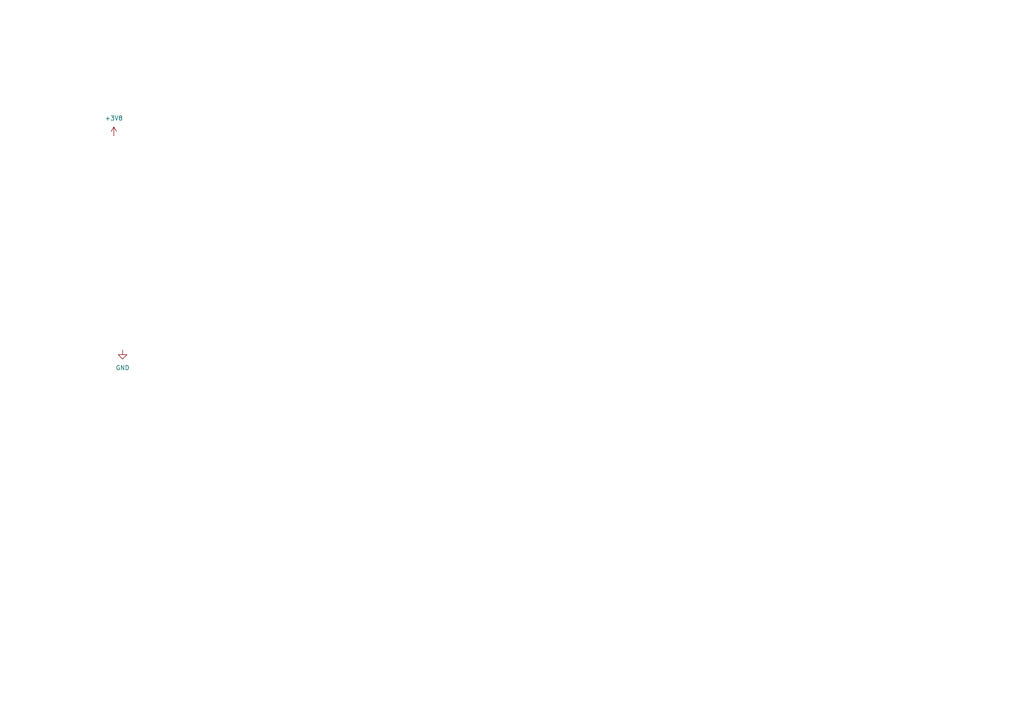
<source format=kicad_sch>
(kicad_sch (version 20231120) (generator "eeschema") (generator_version "8.0")
  (paper "A4")
  (lib_symbols
    (symbol "power:+3V8" (power) (pin_numbers hide) (pin_names (offset 0) hide)
      (property "Value" "+3V8" (at 0 3.556 0))
      (symbol "+3V8_0_1"
        (polyline (pts (xy -0.762 1.27) (xy 0 2.54)))
        (polyline (pts (xy 0 0) (xy 0 2.54)))
        (polyline (pts (xy 0 2.54) (xy 0.762 1.27)))
      )
      (symbol "+3V8_1_1"
        (pin power_in line (at 0 0 90) (length 0) (name "~") (number "1"))
      )
    )
    (symbol "power:GND" (power) (pin_numbers hide) (pin_names (offset 0) hide)
      (property "Value" "GND" (at 0 -3.81 0))
      (symbol "GND_0_1"
        (polyline (pts (xy 0 0) (xy 0 -1.27) (xy 1.27 -1.27) (xy 0 -2.54) (xy -1.27 -1.27) (xy 0 -1.27)))
      )
      (symbol "GND_1_1"
        (pin power_in line (at 0 0 270) (length 0) (name "~") (number "1"))
      )
    )
  )
  (symbol (lib_id "power:+3V8") (at 33.02 39.37 0) (unit 1)
    (property "Reference" "#PWR01" (effects (hide yes)))
    (property "Value" "+3V8" (at 33.02 34.29 0))
    (property "Description" "Power symbol creates a global label with name \"+3V8\"" (effects (hide yes)))
  )
  (symbol (lib_id "power:GND") (at 35.56 101.6 0) (unit 1)
    (property "Reference" "#PWR02" (effects (hide yes)))
    (property "Value" "GND" (at 35.56 106.68 0))
    (property "Description" "Power symbol creates a global label with name \"GND\" , ground" (effects (hide yes)))
  )
)
</source>
